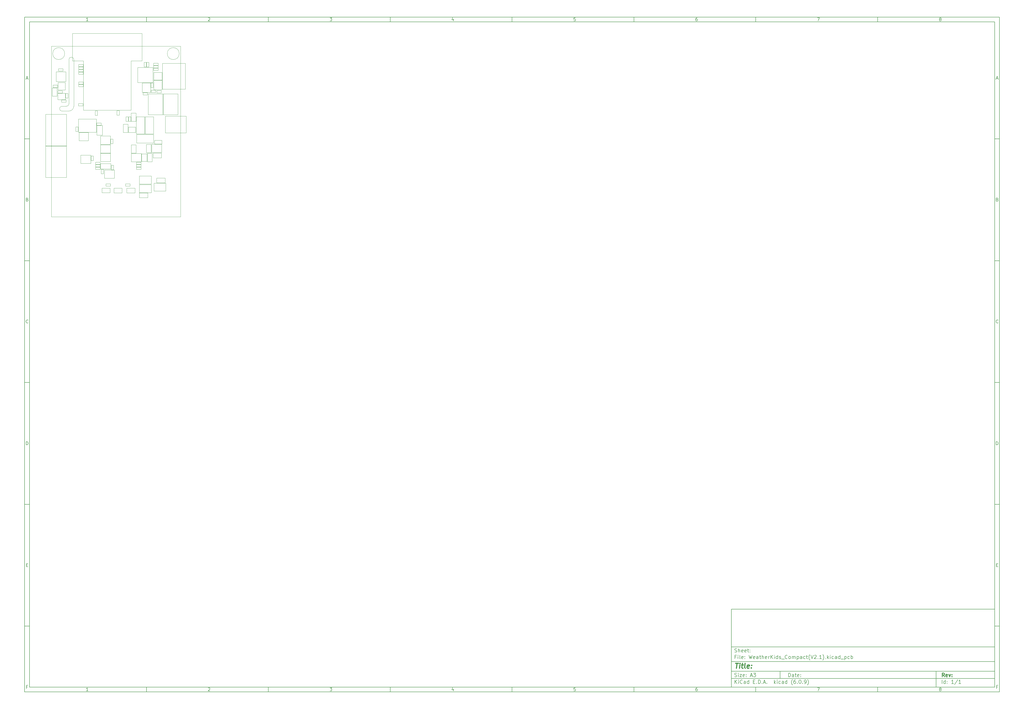
<source format=gbr>
%TF.GenerationSoftware,KiCad,Pcbnew,(6.0.9)*%
%TF.CreationDate,2023-07-16T00:02:42+05:30*%
%TF.ProjectId,WeatherKids_Compact(V2.1),57656174-6865-4724-9b69-64735f436f6d,rev?*%
%TF.SameCoordinates,Original*%
%TF.FileFunction,Other,User*%
%FSLAX46Y46*%
G04 Gerber Fmt 4.6, Leading zero omitted, Abs format (unit mm)*
G04 Created by KiCad (PCBNEW (6.0.9)) date 2023-07-16 00:02:42*
%MOMM*%
%LPD*%
G01*
G04 APERTURE LIST*
%ADD10C,0.100000*%
%ADD11C,0.150000*%
%ADD12C,0.300000*%
%ADD13C,0.400000*%
%TA.AperFunction,Profile*%
%ADD14C,0.050000*%
%TD*%
%ADD15C,0.050000*%
%ADD16C,0.076200*%
G04 APERTURE END LIST*
D10*
D11*
X299989000Y-253002200D02*
X299989000Y-285002200D01*
X407989000Y-285002200D01*
X407989000Y-253002200D01*
X299989000Y-253002200D01*
D10*
D11*
X10000000Y-10000000D02*
X10000000Y-287002200D01*
X409989000Y-287002200D01*
X409989000Y-10000000D01*
X10000000Y-10000000D01*
D10*
D11*
X12000000Y-12000000D02*
X12000000Y-285002200D01*
X407989000Y-285002200D01*
X407989000Y-12000000D01*
X12000000Y-12000000D01*
D10*
D11*
X60000000Y-12000000D02*
X60000000Y-10000000D01*
D10*
D11*
X110000000Y-12000000D02*
X110000000Y-10000000D01*
D10*
D11*
X160000000Y-12000000D02*
X160000000Y-10000000D01*
D10*
D11*
X210000000Y-12000000D02*
X210000000Y-10000000D01*
D10*
D11*
X260000000Y-12000000D02*
X260000000Y-10000000D01*
D10*
D11*
X310000000Y-12000000D02*
X310000000Y-10000000D01*
D10*
D11*
X360000000Y-12000000D02*
X360000000Y-10000000D01*
D10*
D11*
X36065476Y-11588095D02*
X35322619Y-11588095D01*
X35694047Y-11588095D02*
X35694047Y-10288095D01*
X35570238Y-10473809D01*
X35446428Y-10597619D01*
X35322619Y-10659523D01*
D10*
D11*
X85322619Y-10411904D02*
X85384523Y-10350000D01*
X85508333Y-10288095D01*
X85817857Y-10288095D01*
X85941666Y-10350000D01*
X86003571Y-10411904D01*
X86065476Y-10535714D01*
X86065476Y-10659523D01*
X86003571Y-10845238D01*
X85260714Y-11588095D01*
X86065476Y-11588095D01*
D10*
D11*
X135260714Y-10288095D02*
X136065476Y-10288095D01*
X135632142Y-10783333D01*
X135817857Y-10783333D01*
X135941666Y-10845238D01*
X136003571Y-10907142D01*
X136065476Y-11030952D01*
X136065476Y-11340476D01*
X136003571Y-11464285D01*
X135941666Y-11526190D01*
X135817857Y-11588095D01*
X135446428Y-11588095D01*
X135322619Y-11526190D01*
X135260714Y-11464285D01*
D10*
D11*
X185941666Y-10721428D02*
X185941666Y-11588095D01*
X185632142Y-10226190D02*
X185322619Y-11154761D01*
X186127380Y-11154761D01*
D10*
D11*
X236003571Y-10288095D02*
X235384523Y-10288095D01*
X235322619Y-10907142D01*
X235384523Y-10845238D01*
X235508333Y-10783333D01*
X235817857Y-10783333D01*
X235941666Y-10845238D01*
X236003571Y-10907142D01*
X236065476Y-11030952D01*
X236065476Y-11340476D01*
X236003571Y-11464285D01*
X235941666Y-11526190D01*
X235817857Y-11588095D01*
X235508333Y-11588095D01*
X235384523Y-11526190D01*
X235322619Y-11464285D01*
D10*
D11*
X285941666Y-10288095D02*
X285694047Y-10288095D01*
X285570238Y-10350000D01*
X285508333Y-10411904D01*
X285384523Y-10597619D01*
X285322619Y-10845238D01*
X285322619Y-11340476D01*
X285384523Y-11464285D01*
X285446428Y-11526190D01*
X285570238Y-11588095D01*
X285817857Y-11588095D01*
X285941666Y-11526190D01*
X286003571Y-11464285D01*
X286065476Y-11340476D01*
X286065476Y-11030952D01*
X286003571Y-10907142D01*
X285941666Y-10845238D01*
X285817857Y-10783333D01*
X285570238Y-10783333D01*
X285446428Y-10845238D01*
X285384523Y-10907142D01*
X285322619Y-11030952D01*
D10*
D11*
X335260714Y-10288095D02*
X336127380Y-10288095D01*
X335570238Y-11588095D01*
D10*
D11*
X385570238Y-10845238D02*
X385446428Y-10783333D01*
X385384523Y-10721428D01*
X385322619Y-10597619D01*
X385322619Y-10535714D01*
X385384523Y-10411904D01*
X385446428Y-10350000D01*
X385570238Y-10288095D01*
X385817857Y-10288095D01*
X385941666Y-10350000D01*
X386003571Y-10411904D01*
X386065476Y-10535714D01*
X386065476Y-10597619D01*
X386003571Y-10721428D01*
X385941666Y-10783333D01*
X385817857Y-10845238D01*
X385570238Y-10845238D01*
X385446428Y-10907142D01*
X385384523Y-10969047D01*
X385322619Y-11092857D01*
X385322619Y-11340476D01*
X385384523Y-11464285D01*
X385446428Y-11526190D01*
X385570238Y-11588095D01*
X385817857Y-11588095D01*
X385941666Y-11526190D01*
X386003571Y-11464285D01*
X386065476Y-11340476D01*
X386065476Y-11092857D01*
X386003571Y-10969047D01*
X385941666Y-10907142D01*
X385817857Y-10845238D01*
D10*
D11*
X60000000Y-285002200D02*
X60000000Y-287002200D01*
D10*
D11*
X110000000Y-285002200D02*
X110000000Y-287002200D01*
D10*
D11*
X160000000Y-285002200D02*
X160000000Y-287002200D01*
D10*
D11*
X210000000Y-285002200D02*
X210000000Y-287002200D01*
D10*
D11*
X260000000Y-285002200D02*
X260000000Y-287002200D01*
D10*
D11*
X310000000Y-285002200D02*
X310000000Y-287002200D01*
D10*
D11*
X360000000Y-285002200D02*
X360000000Y-287002200D01*
D10*
D11*
X36065476Y-286590295D02*
X35322619Y-286590295D01*
X35694047Y-286590295D02*
X35694047Y-285290295D01*
X35570238Y-285476009D01*
X35446428Y-285599819D01*
X35322619Y-285661723D01*
D10*
D11*
X85322619Y-285414104D02*
X85384523Y-285352200D01*
X85508333Y-285290295D01*
X85817857Y-285290295D01*
X85941666Y-285352200D01*
X86003571Y-285414104D01*
X86065476Y-285537914D01*
X86065476Y-285661723D01*
X86003571Y-285847438D01*
X85260714Y-286590295D01*
X86065476Y-286590295D01*
D10*
D11*
X135260714Y-285290295D02*
X136065476Y-285290295D01*
X135632142Y-285785533D01*
X135817857Y-285785533D01*
X135941666Y-285847438D01*
X136003571Y-285909342D01*
X136065476Y-286033152D01*
X136065476Y-286342676D01*
X136003571Y-286466485D01*
X135941666Y-286528390D01*
X135817857Y-286590295D01*
X135446428Y-286590295D01*
X135322619Y-286528390D01*
X135260714Y-286466485D01*
D10*
D11*
X185941666Y-285723628D02*
X185941666Y-286590295D01*
X185632142Y-285228390D02*
X185322619Y-286156961D01*
X186127380Y-286156961D01*
D10*
D11*
X236003571Y-285290295D02*
X235384523Y-285290295D01*
X235322619Y-285909342D01*
X235384523Y-285847438D01*
X235508333Y-285785533D01*
X235817857Y-285785533D01*
X235941666Y-285847438D01*
X236003571Y-285909342D01*
X236065476Y-286033152D01*
X236065476Y-286342676D01*
X236003571Y-286466485D01*
X235941666Y-286528390D01*
X235817857Y-286590295D01*
X235508333Y-286590295D01*
X235384523Y-286528390D01*
X235322619Y-286466485D01*
D10*
D11*
X285941666Y-285290295D02*
X285694047Y-285290295D01*
X285570238Y-285352200D01*
X285508333Y-285414104D01*
X285384523Y-285599819D01*
X285322619Y-285847438D01*
X285322619Y-286342676D01*
X285384523Y-286466485D01*
X285446428Y-286528390D01*
X285570238Y-286590295D01*
X285817857Y-286590295D01*
X285941666Y-286528390D01*
X286003571Y-286466485D01*
X286065476Y-286342676D01*
X286065476Y-286033152D01*
X286003571Y-285909342D01*
X285941666Y-285847438D01*
X285817857Y-285785533D01*
X285570238Y-285785533D01*
X285446428Y-285847438D01*
X285384523Y-285909342D01*
X285322619Y-286033152D01*
D10*
D11*
X335260714Y-285290295D02*
X336127380Y-285290295D01*
X335570238Y-286590295D01*
D10*
D11*
X385570238Y-285847438D02*
X385446428Y-285785533D01*
X385384523Y-285723628D01*
X385322619Y-285599819D01*
X385322619Y-285537914D01*
X385384523Y-285414104D01*
X385446428Y-285352200D01*
X385570238Y-285290295D01*
X385817857Y-285290295D01*
X385941666Y-285352200D01*
X386003571Y-285414104D01*
X386065476Y-285537914D01*
X386065476Y-285599819D01*
X386003571Y-285723628D01*
X385941666Y-285785533D01*
X385817857Y-285847438D01*
X385570238Y-285847438D01*
X385446428Y-285909342D01*
X385384523Y-285971247D01*
X385322619Y-286095057D01*
X385322619Y-286342676D01*
X385384523Y-286466485D01*
X385446428Y-286528390D01*
X385570238Y-286590295D01*
X385817857Y-286590295D01*
X385941666Y-286528390D01*
X386003571Y-286466485D01*
X386065476Y-286342676D01*
X386065476Y-286095057D01*
X386003571Y-285971247D01*
X385941666Y-285909342D01*
X385817857Y-285847438D01*
D10*
D11*
X10000000Y-60000000D02*
X12000000Y-60000000D01*
D10*
D11*
X10000000Y-110000000D02*
X12000000Y-110000000D01*
D10*
D11*
X10000000Y-160000000D02*
X12000000Y-160000000D01*
D10*
D11*
X10000000Y-210000000D02*
X12000000Y-210000000D01*
D10*
D11*
X10000000Y-260000000D02*
X12000000Y-260000000D01*
D10*
D11*
X10690476Y-35216666D02*
X11309523Y-35216666D01*
X10566666Y-35588095D02*
X11000000Y-34288095D01*
X11433333Y-35588095D01*
D10*
D11*
X11092857Y-84907142D02*
X11278571Y-84969047D01*
X11340476Y-85030952D01*
X11402380Y-85154761D01*
X11402380Y-85340476D01*
X11340476Y-85464285D01*
X11278571Y-85526190D01*
X11154761Y-85588095D01*
X10659523Y-85588095D01*
X10659523Y-84288095D01*
X11092857Y-84288095D01*
X11216666Y-84350000D01*
X11278571Y-84411904D01*
X11340476Y-84535714D01*
X11340476Y-84659523D01*
X11278571Y-84783333D01*
X11216666Y-84845238D01*
X11092857Y-84907142D01*
X10659523Y-84907142D01*
D10*
D11*
X11402380Y-135464285D02*
X11340476Y-135526190D01*
X11154761Y-135588095D01*
X11030952Y-135588095D01*
X10845238Y-135526190D01*
X10721428Y-135402380D01*
X10659523Y-135278571D01*
X10597619Y-135030952D01*
X10597619Y-134845238D01*
X10659523Y-134597619D01*
X10721428Y-134473809D01*
X10845238Y-134350000D01*
X11030952Y-134288095D01*
X11154761Y-134288095D01*
X11340476Y-134350000D01*
X11402380Y-134411904D01*
D10*
D11*
X10659523Y-185588095D02*
X10659523Y-184288095D01*
X10969047Y-184288095D01*
X11154761Y-184350000D01*
X11278571Y-184473809D01*
X11340476Y-184597619D01*
X11402380Y-184845238D01*
X11402380Y-185030952D01*
X11340476Y-185278571D01*
X11278571Y-185402380D01*
X11154761Y-185526190D01*
X10969047Y-185588095D01*
X10659523Y-185588095D01*
D10*
D11*
X10721428Y-234907142D02*
X11154761Y-234907142D01*
X11340476Y-235588095D02*
X10721428Y-235588095D01*
X10721428Y-234288095D01*
X11340476Y-234288095D01*
D10*
D11*
X11185714Y-284907142D02*
X10752380Y-284907142D01*
X10752380Y-285588095D02*
X10752380Y-284288095D01*
X11371428Y-284288095D01*
D10*
D11*
X409989000Y-60000000D02*
X407989000Y-60000000D01*
D10*
D11*
X409989000Y-110000000D02*
X407989000Y-110000000D01*
D10*
D11*
X409989000Y-160000000D02*
X407989000Y-160000000D01*
D10*
D11*
X409989000Y-210000000D02*
X407989000Y-210000000D01*
D10*
D11*
X409989000Y-260000000D02*
X407989000Y-260000000D01*
D10*
D11*
X408679476Y-35216666D02*
X409298523Y-35216666D01*
X408555666Y-35588095D02*
X408989000Y-34288095D01*
X409422333Y-35588095D01*
D10*
D11*
X409081857Y-84907142D02*
X409267571Y-84969047D01*
X409329476Y-85030952D01*
X409391380Y-85154761D01*
X409391380Y-85340476D01*
X409329476Y-85464285D01*
X409267571Y-85526190D01*
X409143761Y-85588095D01*
X408648523Y-85588095D01*
X408648523Y-84288095D01*
X409081857Y-84288095D01*
X409205666Y-84350000D01*
X409267571Y-84411904D01*
X409329476Y-84535714D01*
X409329476Y-84659523D01*
X409267571Y-84783333D01*
X409205666Y-84845238D01*
X409081857Y-84907142D01*
X408648523Y-84907142D01*
D10*
D11*
X409391380Y-135464285D02*
X409329476Y-135526190D01*
X409143761Y-135588095D01*
X409019952Y-135588095D01*
X408834238Y-135526190D01*
X408710428Y-135402380D01*
X408648523Y-135278571D01*
X408586619Y-135030952D01*
X408586619Y-134845238D01*
X408648523Y-134597619D01*
X408710428Y-134473809D01*
X408834238Y-134350000D01*
X409019952Y-134288095D01*
X409143761Y-134288095D01*
X409329476Y-134350000D01*
X409391380Y-134411904D01*
D10*
D11*
X408648523Y-185588095D02*
X408648523Y-184288095D01*
X408958047Y-184288095D01*
X409143761Y-184350000D01*
X409267571Y-184473809D01*
X409329476Y-184597619D01*
X409391380Y-184845238D01*
X409391380Y-185030952D01*
X409329476Y-185278571D01*
X409267571Y-185402380D01*
X409143761Y-185526190D01*
X408958047Y-185588095D01*
X408648523Y-185588095D01*
D10*
D11*
X408710428Y-234907142D02*
X409143761Y-234907142D01*
X409329476Y-235588095D02*
X408710428Y-235588095D01*
X408710428Y-234288095D01*
X409329476Y-234288095D01*
D10*
D11*
X409174714Y-284907142D02*
X408741380Y-284907142D01*
X408741380Y-285588095D02*
X408741380Y-284288095D01*
X409360428Y-284288095D01*
D10*
D11*
X323421142Y-280780771D02*
X323421142Y-279280771D01*
X323778285Y-279280771D01*
X323992571Y-279352200D01*
X324135428Y-279495057D01*
X324206857Y-279637914D01*
X324278285Y-279923628D01*
X324278285Y-280137914D01*
X324206857Y-280423628D01*
X324135428Y-280566485D01*
X323992571Y-280709342D01*
X323778285Y-280780771D01*
X323421142Y-280780771D01*
X325564000Y-280780771D02*
X325564000Y-279995057D01*
X325492571Y-279852200D01*
X325349714Y-279780771D01*
X325064000Y-279780771D01*
X324921142Y-279852200D01*
X325564000Y-280709342D02*
X325421142Y-280780771D01*
X325064000Y-280780771D01*
X324921142Y-280709342D01*
X324849714Y-280566485D01*
X324849714Y-280423628D01*
X324921142Y-280280771D01*
X325064000Y-280209342D01*
X325421142Y-280209342D01*
X325564000Y-280137914D01*
X326064000Y-279780771D02*
X326635428Y-279780771D01*
X326278285Y-279280771D02*
X326278285Y-280566485D01*
X326349714Y-280709342D01*
X326492571Y-280780771D01*
X326635428Y-280780771D01*
X327706857Y-280709342D02*
X327564000Y-280780771D01*
X327278285Y-280780771D01*
X327135428Y-280709342D01*
X327064000Y-280566485D01*
X327064000Y-279995057D01*
X327135428Y-279852200D01*
X327278285Y-279780771D01*
X327564000Y-279780771D01*
X327706857Y-279852200D01*
X327778285Y-279995057D01*
X327778285Y-280137914D01*
X327064000Y-280280771D01*
X328421142Y-280637914D02*
X328492571Y-280709342D01*
X328421142Y-280780771D01*
X328349714Y-280709342D01*
X328421142Y-280637914D01*
X328421142Y-280780771D01*
X328421142Y-279852200D02*
X328492571Y-279923628D01*
X328421142Y-279995057D01*
X328349714Y-279923628D01*
X328421142Y-279852200D01*
X328421142Y-279995057D01*
D10*
D11*
X299989000Y-281502200D02*
X407989000Y-281502200D01*
D10*
D11*
X301421142Y-283580771D02*
X301421142Y-282080771D01*
X302278285Y-283580771D02*
X301635428Y-282723628D01*
X302278285Y-282080771D02*
X301421142Y-282937914D01*
X302921142Y-283580771D02*
X302921142Y-282580771D01*
X302921142Y-282080771D02*
X302849714Y-282152200D01*
X302921142Y-282223628D01*
X302992571Y-282152200D01*
X302921142Y-282080771D01*
X302921142Y-282223628D01*
X304492571Y-283437914D02*
X304421142Y-283509342D01*
X304206857Y-283580771D01*
X304064000Y-283580771D01*
X303849714Y-283509342D01*
X303706857Y-283366485D01*
X303635428Y-283223628D01*
X303564000Y-282937914D01*
X303564000Y-282723628D01*
X303635428Y-282437914D01*
X303706857Y-282295057D01*
X303849714Y-282152200D01*
X304064000Y-282080771D01*
X304206857Y-282080771D01*
X304421142Y-282152200D01*
X304492571Y-282223628D01*
X305778285Y-283580771D02*
X305778285Y-282795057D01*
X305706857Y-282652200D01*
X305564000Y-282580771D01*
X305278285Y-282580771D01*
X305135428Y-282652200D01*
X305778285Y-283509342D02*
X305635428Y-283580771D01*
X305278285Y-283580771D01*
X305135428Y-283509342D01*
X305064000Y-283366485D01*
X305064000Y-283223628D01*
X305135428Y-283080771D01*
X305278285Y-283009342D01*
X305635428Y-283009342D01*
X305778285Y-282937914D01*
X307135428Y-283580771D02*
X307135428Y-282080771D01*
X307135428Y-283509342D02*
X306992571Y-283580771D01*
X306706857Y-283580771D01*
X306564000Y-283509342D01*
X306492571Y-283437914D01*
X306421142Y-283295057D01*
X306421142Y-282866485D01*
X306492571Y-282723628D01*
X306564000Y-282652200D01*
X306706857Y-282580771D01*
X306992571Y-282580771D01*
X307135428Y-282652200D01*
X308992571Y-282795057D02*
X309492571Y-282795057D01*
X309706857Y-283580771D02*
X308992571Y-283580771D01*
X308992571Y-282080771D01*
X309706857Y-282080771D01*
X310349714Y-283437914D02*
X310421142Y-283509342D01*
X310349714Y-283580771D01*
X310278285Y-283509342D01*
X310349714Y-283437914D01*
X310349714Y-283580771D01*
X311064000Y-283580771D02*
X311064000Y-282080771D01*
X311421142Y-282080771D01*
X311635428Y-282152200D01*
X311778285Y-282295057D01*
X311849714Y-282437914D01*
X311921142Y-282723628D01*
X311921142Y-282937914D01*
X311849714Y-283223628D01*
X311778285Y-283366485D01*
X311635428Y-283509342D01*
X311421142Y-283580771D01*
X311064000Y-283580771D01*
X312564000Y-283437914D02*
X312635428Y-283509342D01*
X312564000Y-283580771D01*
X312492571Y-283509342D01*
X312564000Y-283437914D01*
X312564000Y-283580771D01*
X313206857Y-283152200D02*
X313921142Y-283152200D01*
X313064000Y-283580771D02*
X313564000Y-282080771D01*
X314064000Y-283580771D01*
X314564000Y-283437914D02*
X314635428Y-283509342D01*
X314564000Y-283580771D01*
X314492571Y-283509342D01*
X314564000Y-283437914D01*
X314564000Y-283580771D01*
X317564000Y-283580771D02*
X317564000Y-282080771D01*
X317706857Y-283009342D02*
X318135428Y-283580771D01*
X318135428Y-282580771D02*
X317564000Y-283152200D01*
X318778285Y-283580771D02*
X318778285Y-282580771D01*
X318778285Y-282080771D02*
X318706857Y-282152200D01*
X318778285Y-282223628D01*
X318849714Y-282152200D01*
X318778285Y-282080771D01*
X318778285Y-282223628D01*
X320135428Y-283509342D02*
X319992571Y-283580771D01*
X319706857Y-283580771D01*
X319564000Y-283509342D01*
X319492571Y-283437914D01*
X319421142Y-283295057D01*
X319421142Y-282866485D01*
X319492571Y-282723628D01*
X319564000Y-282652200D01*
X319706857Y-282580771D01*
X319992571Y-282580771D01*
X320135428Y-282652200D01*
X321421142Y-283580771D02*
X321421142Y-282795057D01*
X321349714Y-282652200D01*
X321206857Y-282580771D01*
X320921142Y-282580771D01*
X320778285Y-282652200D01*
X321421142Y-283509342D02*
X321278285Y-283580771D01*
X320921142Y-283580771D01*
X320778285Y-283509342D01*
X320706857Y-283366485D01*
X320706857Y-283223628D01*
X320778285Y-283080771D01*
X320921142Y-283009342D01*
X321278285Y-283009342D01*
X321421142Y-282937914D01*
X322778285Y-283580771D02*
X322778285Y-282080771D01*
X322778285Y-283509342D02*
X322635428Y-283580771D01*
X322349714Y-283580771D01*
X322206857Y-283509342D01*
X322135428Y-283437914D01*
X322064000Y-283295057D01*
X322064000Y-282866485D01*
X322135428Y-282723628D01*
X322206857Y-282652200D01*
X322349714Y-282580771D01*
X322635428Y-282580771D01*
X322778285Y-282652200D01*
X325064000Y-284152200D02*
X324992571Y-284080771D01*
X324849714Y-283866485D01*
X324778285Y-283723628D01*
X324706857Y-283509342D01*
X324635428Y-283152200D01*
X324635428Y-282866485D01*
X324706857Y-282509342D01*
X324778285Y-282295057D01*
X324849714Y-282152200D01*
X324992571Y-281937914D01*
X325064000Y-281866485D01*
X326278285Y-282080771D02*
X325992571Y-282080771D01*
X325849714Y-282152200D01*
X325778285Y-282223628D01*
X325635428Y-282437914D01*
X325564000Y-282723628D01*
X325564000Y-283295057D01*
X325635428Y-283437914D01*
X325706857Y-283509342D01*
X325849714Y-283580771D01*
X326135428Y-283580771D01*
X326278285Y-283509342D01*
X326349714Y-283437914D01*
X326421142Y-283295057D01*
X326421142Y-282937914D01*
X326349714Y-282795057D01*
X326278285Y-282723628D01*
X326135428Y-282652200D01*
X325849714Y-282652200D01*
X325706857Y-282723628D01*
X325635428Y-282795057D01*
X325564000Y-282937914D01*
X327064000Y-283437914D02*
X327135428Y-283509342D01*
X327064000Y-283580771D01*
X326992571Y-283509342D01*
X327064000Y-283437914D01*
X327064000Y-283580771D01*
X328064000Y-282080771D02*
X328206857Y-282080771D01*
X328349714Y-282152200D01*
X328421142Y-282223628D01*
X328492571Y-282366485D01*
X328564000Y-282652200D01*
X328564000Y-283009342D01*
X328492571Y-283295057D01*
X328421142Y-283437914D01*
X328349714Y-283509342D01*
X328206857Y-283580771D01*
X328064000Y-283580771D01*
X327921142Y-283509342D01*
X327849714Y-283437914D01*
X327778285Y-283295057D01*
X327706857Y-283009342D01*
X327706857Y-282652200D01*
X327778285Y-282366485D01*
X327849714Y-282223628D01*
X327921142Y-282152200D01*
X328064000Y-282080771D01*
X329206857Y-283437914D02*
X329278285Y-283509342D01*
X329206857Y-283580771D01*
X329135428Y-283509342D01*
X329206857Y-283437914D01*
X329206857Y-283580771D01*
X329992571Y-283580771D02*
X330278285Y-283580771D01*
X330421142Y-283509342D01*
X330492571Y-283437914D01*
X330635428Y-283223628D01*
X330706857Y-282937914D01*
X330706857Y-282366485D01*
X330635428Y-282223628D01*
X330564000Y-282152200D01*
X330421142Y-282080771D01*
X330135428Y-282080771D01*
X329992571Y-282152200D01*
X329921142Y-282223628D01*
X329849714Y-282366485D01*
X329849714Y-282723628D01*
X329921142Y-282866485D01*
X329992571Y-282937914D01*
X330135428Y-283009342D01*
X330421142Y-283009342D01*
X330564000Y-282937914D01*
X330635428Y-282866485D01*
X330706857Y-282723628D01*
X331206857Y-284152200D02*
X331278285Y-284080771D01*
X331421142Y-283866485D01*
X331492571Y-283723628D01*
X331564000Y-283509342D01*
X331635428Y-283152200D01*
X331635428Y-282866485D01*
X331564000Y-282509342D01*
X331492571Y-282295057D01*
X331421142Y-282152200D01*
X331278285Y-281937914D01*
X331206857Y-281866485D01*
D10*
D11*
X299989000Y-278502200D02*
X407989000Y-278502200D01*
D10*
D12*
X387398285Y-280780771D02*
X386898285Y-280066485D01*
X386541142Y-280780771D02*
X386541142Y-279280771D01*
X387112571Y-279280771D01*
X387255428Y-279352200D01*
X387326857Y-279423628D01*
X387398285Y-279566485D01*
X387398285Y-279780771D01*
X387326857Y-279923628D01*
X387255428Y-279995057D01*
X387112571Y-280066485D01*
X386541142Y-280066485D01*
X388612571Y-280709342D02*
X388469714Y-280780771D01*
X388184000Y-280780771D01*
X388041142Y-280709342D01*
X387969714Y-280566485D01*
X387969714Y-279995057D01*
X388041142Y-279852200D01*
X388184000Y-279780771D01*
X388469714Y-279780771D01*
X388612571Y-279852200D01*
X388684000Y-279995057D01*
X388684000Y-280137914D01*
X387969714Y-280280771D01*
X389184000Y-279780771D02*
X389541142Y-280780771D01*
X389898285Y-279780771D01*
X390469714Y-280637914D02*
X390541142Y-280709342D01*
X390469714Y-280780771D01*
X390398285Y-280709342D01*
X390469714Y-280637914D01*
X390469714Y-280780771D01*
X390469714Y-279852200D02*
X390541142Y-279923628D01*
X390469714Y-279995057D01*
X390398285Y-279923628D01*
X390469714Y-279852200D01*
X390469714Y-279995057D01*
D10*
D11*
X301349714Y-280709342D02*
X301564000Y-280780771D01*
X301921142Y-280780771D01*
X302064000Y-280709342D01*
X302135428Y-280637914D01*
X302206857Y-280495057D01*
X302206857Y-280352200D01*
X302135428Y-280209342D01*
X302064000Y-280137914D01*
X301921142Y-280066485D01*
X301635428Y-279995057D01*
X301492571Y-279923628D01*
X301421142Y-279852200D01*
X301349714Y-279709342D01*
X301349714Y-279566485D01*
X301421142Y-279423628D01*
X301492571Y-279352200D01*
X301635428Y-279280771D01*
X301992571Y-279280771D01*
X302206857Y-279352200D01*
X302849714Y-280780771D02*
X302849714Y-279780771D01*
X302849714Y-279280771D02*
X302778285Y-279352200D01*
X302849714Y-279423628D01*
X302921142Y-279352200D01*
X302849714Y-279280771D01*
X302849714Y-279423628D01*
X303421142Y-279780771D02*
X304206857Y-279780771D01*
X303421142Y-280780771D01*
X304206857Y-280780771D01*
X305349714Y-280709342D02*
X305206857Y-280780771D01*
X304921142Y-280780771D01*
X304778285Y-280709342D01*
X304706857Y-280566485D01*
X304706857Y-279995057D01*
X304778285Y-279852200D01*
X304921142Y-279780771D01*
X305206857Y-279780771D01*
X305349714Y-279852200D01*
X305421142Y-279995057D01*
X305421142Y-280137914D01*
X304706857Y-280280771D01*
X306064000Y-280637914D02*
X306135428Y-280709342D01*
X306064000Y-280780771D01*
X305992571Y-280709342D01*
X306064000Y-280637914D01*
X306064000Y-280780771D01*
X306064000Y-279852200D02*
X306135428Y-279923628D01*
X306064000Y-279995057D01*
X305992571Y-279923628D01*
X306064000Y-279852200D01*
X306064000Y-279995057D01*
X307849714Y-280352200D02*
X308564000Y-280352200D01*
X307706857Y-280780771D02*
X308206857Y-279280771D01*
X308706857Y-280780771D01*
X309064000Y-279280771D02*
X309992571Y-279280771D01*
X309492571Y-279852200D01*
X309706857Y-279852200D01*
X309849714Y-279923628D01*
X309921142Y-279995057D01*
X309992571Y-280137914D01*
X309992571Y-280495057D01*
X309921142Y-280637914D01*
X309849714Y-280709342D01*
X309706857Y-280780771D01*
X309278285Y-280780771D01*
X309135428Y-280709342D01*
X309064000Y-280637914D01*
D10*
D11*
X386421142Y-283580771D02*
X386421142Y-282080771D01*
X387778285Y-283580771D02*
X387778285Y-282080771D01*
X387778285Y-283509342D02*
X387635428Y-283580771D01*
X387349714Y-283580771D01*
X387206857Y-283509342D01*
X387135428Y-283437914D01*
X387064000Y-283295057D01*
X387064000Y-282866485D01*
X387135428Y-282723628D01*
X387206857Y-282652200D01*
X387349714Y-282580771D01*
X387635428Y-282580771D01*
X387778285Y-282652200D01*
X388492571Y-283437914D02*
X388564000Y-283509342D01*
X388492571Y-283580771D01*
X388421142Y-283509342D01*
X388492571Y-283437914D01*
X388492571Y-283580771D01*
X388492571Y-282652200D02*
X388564000Y-282723628D01*
X388492571Y-282795057D01*
X388421142Y-282723628D01*
X388492571Y-282652200D01*
X388492571Y-282795057D01*
X391135428Y-283580771D02*
X390278285Y-283580771D01*
X390706857Y-283580771D02*
X390706857Y-282080771D01*
X390564000Y-282295057D01*
X390421142Y-282437914D01*
X390278285Y-282509342D01*
X392849714Y-282009342D02*
X391564000Y-283937914D01*
X394135428Y-283580771D02*
X393278285Y-283580771D01*
X393706857Y-283580771D02*
X393706857Y-282080771D01*
X393564000Y-282295057D01*
X393421142Y-282437914D01*
X393278285Y-282509342D01*
D10*
D11*
X299989000Y-274502200D02*
X407989000Y-274502200D01*
D10*
D13*
X301701380Y-275206961D02*
X302844238Y-275206961D01*
X302022809Y-277206961D02*
X302272809Y-275206961D01*
X303260904Y-277206961D02*
X303427571Y-275873628D01*
X303510904Y-275206961D02*
X303403761Y-275302200D01*
X303487095Y-275397438D01*
X303594238Y-275302200D01*
X303510904Y-275206961D01*
X303487095Y-275397438D01*
X304094238Y-275873628D02*
X304856142Y-275873628D01*
X304463285Y-275206961D02*
X304249000Y-276921247D01*
X304320428Y-277111723D01*
X304499000Y-277206961D01*
X304689476Y-277206961D01*
X305641857Y-277206961D02*
X305463285Y-277111723D01*
X305391857Y-276921247D01*
X305606142Y-275206961D01*
X307177571Y-277111723D02*
X306975190Y-277206961D01*
X306594238Y-277206961D01*
X306415666Y-277111723D01*
X306344238Y-276921247D01*
X306439476Y-276159342D01*
X306558523Y-275968866D01*
X306760904Y-275873628D01*
X307141857Y-275873628D01*
X307320428Y-275968866D01*
X307391857Y-276159342D01*
X307368047Y-276349819D01*
X306391857Y-276540295D01*
X308141857Y-277016485D02*
X308225190Y-277111723D01*
X308118047Y-277206961D01*
X308034714Y-277111723D01*
X308141857Y-277016485D01*
X308118047Y-277206961D01*
X308272809Y-275968866D02*
X308356142Y-276064104D01*
X308249000Y-276159342D01*
X308165666Y-276064104D01*
X308272809Y-275968866D01*
X308249000Y-276159342D01*
D10*
D11*
X301921142Y-272595057D02*
X301421142Y-272595057D01*
X301421142Y-273380771D02*
X301421142Y-271880771D01*
X302135428Y-271880771D01*
X302706857Y-273380771D02*
X302706857Y-272380771D01*
X302706857Y-271880771D02*
X302635428Y-271952200D01*
X302706857Y-272023628D01*
X302778285Y-271952200D01*
X302706857Y-271880771D01*
X302706857Y-272023628D01*
X303635428Y-273380771D02*
X303492571Y-273309342D01*
X303421142Y-273166485D01*
X303421142Y-271880771D01*
X304778285Y-273309342D02*
X304635428Y-273380771D01*
X304349714Y-273380771D01*
X304206857Y-273309342D01*
X304135428Y-273166485D01*
X304135428Y-272595057D01*
X304206857Y-272452200D01*
X304349714Y-272380771D01*
X304635428Y-272380771D01*
X304778285Y-272452200D01*
X304849714Y-272595057D01*
X304849714Y-272737914D01*
X304135428Y-272880771D01*
X305492571Y-273237914D02*
X305564000Y-273309342D01*
X305492571Y-273380771D01*
X305421142Y-273309342D01*
X305492571Y-273237914D01*
X305492571Y-273380771D01*
X305492571Y-272452200D02*
X305564000Y-272523628D01*
X305492571Y-272595057D01*
X305421142Y-272523628D01*
X305492571Y-272452200D01*
X305492571Y-272595057D01*
X307206857Y-271880771D02*
X307564000Y-273380771D01*
X307849714Y-272309342D01*
X308135428Y-273380771D01*
X308492571Y-271880771D01*
X309635428Y-273309342D02*
X309492571Y-273380771D01*
X309206857Y-273380771D01*
X309064000Y-273309342D01*
X308992571Y-273166485D01*
X308992571Y-272595057D01*
X309064000Y-272452200D01*
X309206857Y-272380771D01*
X309492571Y-272380771D01*
X309635428Y-272452200D01*
X309706857Y-272595057D01*
X309706857Y-272737914D01*
X308992571Y-272880771D01*
X310992571Y-273380771D02*
X310992571Y-272595057D01*
X310921142Y-272452200D01*
X310778285Y-272380771D01*
X310492571Y-272380771D01*
X310349714Y-272452200D01*
X310992571Y-273309342D02*
X310849714Y-273380771D01*
X310492571Y-273380771D01*
X310349714Y-273309342D01*
X310278285Y-273166485D01*
X310278285Y-273023628D01*
X310349714Y-272880771D01*
X310492571Y-272809342D01*
X310849714Y-272809342D01*
X310992571Y-272737914D01*
X311492571Y-272380771D02*
X312064000Y-272380771D01*
X311706857Y-271880771D02*
X311706857Y-273166485D01*
X311778285Y-273309342D01*
X311921142Y-273380771D01*
X312064000Y-273380771D01*
X312564000Y-273380771D02*
X312564000Y-271880771D01*
X313206857Y-273380771D02*
X313206857Y-272595057D01*
X313135428Y-272452200D01*
X312992571Y-272380771D01*
X312778285Y-272380771D01*
X312635428Y-272452200D01*
X312564000Y-272523628D01*
X314492571Y-273309342D02*
X314349714Y-273380771D01*
X314064000Y-273380771D01*
X313921142Y-273309342D01*
X313849714Y-273166485D01*
X313849714Y-272595057D01*
X313921142Y-272452200D01*
X314064000Y-272380771D01*
X314349714Y-272380771D01*
X314492571Y-272452200D01*
X314564000Y-272595057D01*
X314564000Y-272737914D01*
X313849714Y-272880771D01*
X315206857Y-273380771D02*
X315206857Y-272380771D01*
X315206857Y-272666485D02*
X315278285Y-272523628D01*
X315349714Y-272452200D01*
X315492571Y-272380771D01*
X315635428Y-272380771D01*
X316135428Y-273380771D02*
X316135428Y-271880771D01*
X316992571Y-273380771D02*
X316349714Y-272523628D01*
X316992571Y-271880771D02*
X316135428Y-272737914D01*
X317635428Y-273380771D02*
X317635428Y-272380771D01*
X317635428Y-271880771D02*
X317564000Y-271952200D01*
X317635428Y-272023628D01*
X317706857Y-271952200D01*
X317635428Y-271880771D01*
X317635428Y-272023628D01*
X318992571Y-273380771D02*
X318992571Y-271880771D01*
X318992571Y-273309342D02*
X318849714Y-273380771D01*
X318564000Y-273380771D01*
X318421142Y-273309342D01*
X318349714Y-273237914D01*
X318278285Y-273095057D01*
X318278285Y-272666485D01*
X318349714Y-272523628D01*
X318421142Y-272452200D01*
X318564000Y-272380771D01*
X318849714Y-272380771D01*
X318992571Y-272452200D01*
X319635428Y-273309342D02*
X319778285Y-273380771D01*
X320064000Y-273380771D01*
X320206857Y-273309342D01*
X320278285Y-273166485D01*
X320278285Y-273095057D01*
X320206857Y-272952200D01*
X320064000Y-272880771D01*
X319849714Y-272880771D01*
X319706857Y-272809342D01*
X319635428Y-272666485D01*
X319635428Y-272595057D01*
X319706857Y-272452200D01*
X319849714Y-272380771D01*
X320064000Y-272380771D01*
X320206857Y-272452200D01*
X320564000Y-273523628D02*
X321706857Y-273523628D01*
X322921142Y-273237914D02*
X322849714Y-273309342D01*
X322635428Y-273380771D01*
X322492571Y-273380771D01*
X322278285Y-273309342D01*
X322135428Y-273166485D01*
X322064000Y-273023628D01*
X321992571Y-272737914D01*
X321992571Y-272523628D01*
X322064000Y-272237914D01*
X322135428Y-272095057D01*
X322278285Y-271952200D01*
X322492571Y-271880771D01*
X322635428Y-271880771D01*
X322849714Y-271952200D01*
X322921142Y-272023628D01*
X323778285Y-273380771D02*
X323635428Y-273309342D01*
X323564000Y-273237914D01*
X323492571Y-273095057D01*
X323492571Y-272666485D01*
X323564000Y-272523628D01*
X323635428Y-272452200D01*
X323778285Y-272380771D01*
X323992571Y-272380771D01*
X324135428Y-272452200D01*
X324206857Y-272523628D01*
X324278285Y-272666485D01*
X324278285Y-273095057D01*
X324206857Y-273237914D01*
X324135428Y-273309342D01*
X323992571Y-273380771D01*
X323778285Y-273380771D01*
X324921142Y-273380771D02*
X324921142Y-272380771D01*
X324921142Y-272523628D02*
X324992571Y-272452200D01*
X325135428Y-272380771D01*
X325349714Y-272380771D01*
X325492571Y-272452200D01*
X325564000Y-272595057D01*
X325564000Y-273380771D01*
X325564000Y-272595057D02*
X325635428Y-272452200D01*
X325778285Y-272380771D01*
X325992571Y-272380771D01*
X326135428Y-272452200D01*
X326206857Y-272595057D01*
X326206857Y-273380771D01*
X326921142Y-272380771D02*
X326921142Y-273880771D01*
X326921142Y-272452200D02*
X327064000Y-272380771D01*
X327349714Y-272380771D01*
X327492571Y-272452200D01*
X327564000Y-272523628D01*
X327635428Y-272666485D01*
X327635428Y-273095057D01*
X327564000Y-273237914D01*
X327492571Y-273309342D01*
X327349714Y-273380771D01*
X327064000Y-273380771D01*
X326921142Y-273309342D01*
X328921142Y-273380771D02*
X328921142Y-272595057D01*
X328849714Y-272452200D01*
X328706857Y-272380771D01*
X328421142Y-272380771D01*
X328278285Y-272452200D01*
X328921142Y-273309342D02*
X328778285Y-273380771D01*
X328421142Y-273380771D01*
X328278285Y-273309342D01*
X328206857Y-273166485D01*
X328206857Y-273023628D01*
X328278285Y-272880771D01*
X328421142Y-272809342D01*
X328778285Y-272809342D01*
X328921142Y-272737914D01*
X330278285Y-273309342D02*
X330135428Y-273380771D01*
X329849714Y-273380771D01*
X329706857Y-273309342D01*
X329635428Y-273237914D01*
X329564000Y-273095057D01*
X329564000Y-272666485D01*
X329635428Y-272523628D01*
X329706857Y-272452200D01*
X329849714Y-272380771D01*
X330135428Y-272380771D01*
X330278285Y-272452200D01*
X330706857Y-272380771D02*
X331278285Y-272380771D01*
X330921142Y-271880771D02*
X330921142Y-273166485D01*
X330992571Y-273309342D01*
X331135428Y-273380771D01*
X331278285Y-273380771D01*
X332206857Y-273952200D02*
X332135428Y-273880771D01*
X331992571Y-273666485D01*
X331921142Y-273523628D01*
X331849714Y-273309342D01*
X331778285Y-272952200D01*
X331778285Y-272666485D01*
X331849714Y-272309342D01*
X331921142Y-272095057D01*
X331992571Y-271952200D01*
X332135428Y-271737914D01*
X332206857Y-271666485D01*
X332564000Y-271880771D02*
X333064000Y-273380771D01*
X333564000Y-271880771D01*
X333992571Y-272023628D02*
X334064000Y-271952200D01*
X334206857Y-271880771D01*
X334564000Y-271880771D01*
X334706857Y-271952200D01*
X334778285Y-272023628D01*
X334849714Y-272166485D01*
X334849714Y-272309342D01*
X334778285Y-272523628D01*
X333921142Y-273380771D01*
X334849714Y-273380771D01*
X335492571Y-273237914D02*
X335564000Y-273309342D01*
X335492571Y-273380771D01*
X335421142Y-273309342D01*
X335492571Y-273237914D01*
X335492571Y-273380771D01*
X336992571Y-273380771D02*
X336135428Y-273380771D01*
X336564000Y-273380771D02*
X336564000Y-271880771D01*
X336421142Y-272095057D01*
X336278285Y-272237914D01*
X336135428Y-272309342D01*
X337492571Y-273952200D02*
X337564000Y-273880771D01*
X337706857Y-273666485D01*
X337778285Y-273523628D01*
X337849714Y-273309342D01*
X337921142Y-272952200D01*
X337921142Y-272666485D01*
X337849714Y-272309342D01*
X337778285Y-272095057D01*
X337706857Y-271952200D01*
X337564000Y-271737914D01*
X337492571Y-271666485D01*
X338635428Y-273237914D02*
X338706857Y-273309342D01*
X338635428Y-273380771D01*
X338564000Y-273309342D01*
X338635428Y-273237914D01*
X338635428Y-273380771D01*
X339349714Y-273380771D02*
X339349714Y-271880771D01*
X339492571Y-272809342D02*
X339921142Y-273380771D01*
X339921142Y-272380771D02*
X339349714Y-272952200D01*
X340564000Y-273380771D02*
X340564000Y-272380771D01*
X340564000Y-271880771D02*
X340492571Y-271952200D01*
X340564000Y-272023628D01*
X340635428Y-271952200D01*
X340564000Y-271880771D01*
X340564000Y-272023628D01*
X341921142Y-273309342D02*
X341778285Y-273380771D01*
X341492571Y-273380771D01*
X341349714Y-273309342D01*
X341278285Y-273237914D01*
X341206857Y-273095057D01*
X341206857Y-272666485D01*
X341278285Y-272523628D01*
X341349714Y-272452200D01*
X341492571Y-272380771D01*
X341778285Y-272380771D01*
X341921142Y-272452200D01*
X343206857Y-273380771D02*
X343206857Y-272595057D01*
X343135428Y-272452200D01*
X342992571Y-272380771D01*
X342706857Y-272380771D01*
X342564000Y-272452200D01*
X343206857Y-273309342D02*
X343064000Y-273380771D01*
X342706857Y-273380771D01*
X342564000Y-273309342D01*
X342492571Y-273166485D01*
X342492571Y-273023628D01*
X342564000Y-272880771D01*
X342706857Y-272809342D01*
X343064000Y-272809342D01*
X343206857Y-272737914D01*
X344564000Y-273380771D02*
X344564000Y-271880771D01*
X344564000Y-273309342D02*
X344421142Y-273380771D01*
X344135428Y-273380771D01*
X343992571Y-273309342D01*
X343921142Y-273237914D01*
X343849714Y-273095057D01*
X343849714Y-272666485D01*
X343921142Y-272523628D01*
X343992571Y-272452200D01*
X344135428Y-272380771D01*
X344421142Y-272380771D01*
X344564000Y-272452200D01*
X344921142Y-273523628D02*
X346064000Y-273523628D01*
X346421142Y-272380771D02*
X346421142Y-273880771D01*
X346421142Y-272452200D02*
X346564000Y-272380771D01*
X346849714Y-272380771D01*
X346992571Y-272452200D01*
X347064000Y-272523628D01*
X347135428Y-272666485D01*
X347135428Y-273095057D01*
X347064000Y-273237914D01*
X346992571Y-273309342D01*
X346849714Y-273380771D01*
X346564000Y-273380771D01*
X346421142Y-273309342D01*
X348421142Y-273309342D02*
X348278285Y-273380771D01*
X347992571Y-273380771D01*
X347849714Y-273309342D01*
X347778285Y-273237914D01*
X347706857Y-273095057D01*
X347706857Y-272666485D01*
X347778285Y-272523628D01*
X347849714Y-272452200D01*
X347992571Y-272380771D01*
X348278285Y-272380771D01*
X348421142Y-272452200D01*
X349064000Y-273380771D02*
X349064000Y-271880771D01*
X349064000Y-272452200D02*
X349206857Y-272380771D01*
X349492571Y-272380771D01*
X349635428Y-272452200D01*
X349706857Y-272523628D01*
X349778285Y-272666485D01*
X349778285Y-273095057D01*
X349706857Y-273237914D01*
X349635428Y-273309342D01*
X349492571Y-273380771D01*
X349206857Y-273380771D01*
X349064000Y-273309342D01*
D10*
D11*
X299989000Y-268502200D02*
X407989000Y-268502200D01*
D10*
D11*
X301349714Y-270609342D02*
X301564000Y-270680771D01*
X301921142Y-270680771D01*
X302064000Y-270609342D01*
X302135428Y-270537914D01*
X302206857Y-270395057D01*
X302206857Y-270252200D01*
X302135428Y-270109342D01*
X302064000Y-270037914D01*
X301921142Y-269966485D01*
X301635428Y-269895057D01*
X301492571Y-269823628D01*
X301421142Y-269752200D01*
X301349714Y-269609342D01*
X301349714Y-269466485D01*
X301421142Y-269323628D01*
X301492571Y-269252200D01*
X301635428Y-269180771D01*
X301992571Y-269180771D01*
X302206857Y-269252200D01*
X302849714Y-270680771D02*
X302849714Y-269180771D01*
X303492571Y-270680771D02*
X303492571Y-269895057D01*
X303421142Y-269752200D01*
X303278285Y-269680771D01*
X303064000Y-269680771D01*
X302921142Y-269752200D01*
X302849714Y-269823628D01*
X304778285Y-270609342D02*
X304635428Y-270680771D01*
X304349714Y-270680771D01*
X304206857Y-270609342D01*
X304135428Y-270466485D01*
X304135428Y-269895057D01*
X304206857Y-269752200D01*
X304349714Y-269680771D01*
X304635428Y-269680771D01*
X304778285Y-269752200D01*
X304849714Y-269895057D01*
X304849714Y-270037914D01*
X304135428Y-270180771D01*
X306064000Y-270609342D02*
X305921142Y-270680771D01*
X305635428Y-270680771D01*
X305492571Y-270609342D01*
X305421142Y-270466485D01*
X305421142Y-269895057D01*
X305492571Y-269752200D01*
X305635428Y-269680771D01*
X305921142Y-269680771D01*
X306064000Y-269752200D01*
X306135428Y-269895057D01*
X306135428Y-270037914D01*
X305421142Y-270180771D01*
X306564000Y-269680771D02*
X307135428Y-269680771D01*
X306778285Y-269180771D02*
X306778285Y-270466485D01*
X306849714Y-270609342D01*
X306992571Y-270680771D01*
X307135428Y-270680771D01*
X307635428Y-270537914D02*
X307706857Y-270609342D01*
X307635428Y-270680771D01*
X307564000Y-270609342D01*
X307635428Y-270537914D01*
X307635428Y-270680771D01*
X307635428Y-269752200D02*
X307706857Y-269823628D01*
X307635428Y-269895057D01*
X307564000Y-269823628D01*
X307635428Y-269752200D01*
X307635428Y-269895057D01*
D10*
D12*
D10*
D11*
D10*
D11*
D10*
D11*
D10*
D11*
D10*
D11*
X319989000Y-278502200D02*
X319989000Y-281502200D01*
D10*
D11*
X383989000Y-278502200D02*
X383989000Y-285002200D01*
D14*
X21000000Y-92000000D02*
X74000000Y-92000000D01*
X25351225Y-46600000D02*
G75*
G03*
X25351225Y-48600000I50025J-1000000D01*
G01*
X30200000Y-27451225D02*
G75*
G03*
X28200000Y-27451225I-1000000J-50025D01*
G01*
X74000000Y-92000000D02*
X74000000Y-22000000D01*
X30200000Y-27451225D02*
X30200000Y-46600000D01*
X28200000Y-45600000D02*
X28200000Y-27451225D01*
X27100000Y-46600000D02*
G75*
G03*
X28200000Y-45600000I50000J1050000D01*
G01*
X21000000Y-22000000D02*
X21000000Y-92000000D01*
X74000000Y-22000000D02*
X21000000Y-22000000D01*
X28100000Y-48600000D02*
G75*
G03*
X30200000Y-46600000I50000J2050000D01*
G01*
X25351225Y-48600000D02*
X28100000Y-48600000D01*
X25351225Y-46600000D02*
X27100000Y-46600000D01*
D15*
%TO.C,U4*%
X53800000Y-66000000D02*
X53800000Y-69400000D01*
X57900000Y-66000000D02*
X53800000Y-66000000D01*
X53800000Y-69400000D02*
X57900000Y-69400000D01*
X57900000Y-69400000D02*
X57900000Y-66000000D01*
%TO.C,R7*%
X57730000Y-71470000D02*
X55870000Y-71470000D01*
X55870000Y-70530000D02*
X57730000Y-70530000D01*
X57730000Y-70530000D02*
X57730000Y-71470000D01*
X55870000Y-71470000D02*
X55870000Y-70530000D01*
%TO.C,C6*%
X55680000Y-52800000D02*
X53720000Y-52800000D01*
X55680000Y-49400000D02*
X55680000Y-52800000D01*
X53720000Y-49400000D02*
X55680000Y-49400000D01*
X53720000Y-52800000D02*
X53720000Y-49400000D01*
%TO.C,U11*%
X46850000Y-72800000D02*
X42750000Y-72800000D01*
X42750000Y-76200000D02*
X46850000Y-76200000D01*
X42750000Y-72800000D02*
X42750000Y-76200000D01*
X46850000Y-76200000D02*
X46850000Y-72800000D01*
%TO.C,R24*%
X59950000Y-30430000D02*
X59010000Y-30430000D01*
X59950000Y-28570000D02*
X59950000Y-30430000D01*
X59010000Y-30430000D02*
X59010000Y-28570000D01*
X59010000Y-28570000D02*
X59950000Y-28570000D01*
%TO.C,R21*%
X39132500Y-69570000D02*
X40992500Y-69570000D01*
X40992500Y-70510000D02*
X39132500Y-70510000D01*
X40992500Y-69570000D02*
X40992500Y-70510000D01*
X39132500Y-70510000D02*
X39132500Y-69570000D01*
%TO.C,R11*%
X48820000Y-48380000D02*
X48820000Y-50240000D01*
X47880000Y-48380000D02*
X48820000Y-48380000D01*
X48820000Y-50240000D02*
X47880000Y-50240000D01*
X47880000Y-50240000D02*
X47880000Y-48380000D01*
%TO.C,C25*%
X66060000Y-41110000D02*
X64240000Y-41110000D01*
X66060000Y-40190000D02*
X66060000Y-41110000D01*
X64240000Y-40190000D02*
X66060000Y-40190000D01*
X64240000Y-41110000D02*
X64240000Y-40190000D01*
%TO.C,SW3*%
X60700000Y-41500000D02*
X66700000Y-41500000D01*
X66700000Y-41500000D02*
X66700000Y-50100000D01*
X66700000Y-50100000D02*
X60700000Y-50100000D01*
X60700000Y-50100000D02*
X60700000Y-41500000D01*
%TO.C,H2*%
X73450000Y-25000000D02*
G75*
G03*
X73450000Y-25000000I-2450000J0D01*
G01*
%TO.C,R2*%
X45240000Y-79370000D02*
X43380000Y-79370000D01*
X43380000Y-78430000D02*
X45240000Y-78430000D01*
X43380000Y-79370000D02*
X43380000Y-78430000D01*
X45240000Y-78430000D02*
X45240000Y-79370000D01*
%TO.C,C9*%
X55730000Y-65850000D02*
X53770000Y-65850000D01*
X53770000Y-65850000D02*
X53770000Y-62450000D01*
X55730000Y-62450000D02*
X55730000Y-65850000D01*
X53770000Y-62450000D02*
X55730000Y-62450000D01*
%TO.C,R8*%
X57730000Y-72520000D02*
X55870000Y-72520000D01*
X55870000Y-71580000D02*
X57730000Y-71580000D01*
X55870000Y-72520000D02*
X55870000Y-71580000D01*
X57730000Y-71580000D02*
X57730000Y-72520000D01*
%TO.C,D4*%
X55800000Y-50940000D02*
X59300000Y-50940000D01*
X59300000Y-50940000D02*
X59300000Y-57940000D01*
X59300000Y-57940000D02*
X55800000Y-57940000D01*
X55800000Y-57940000D02*
X55800000Y-50940000D01*
D16*
%TO.C,L2*%
X60212500Y-69200000D02*
X58012500Y-69200000D01*
X60212500Y-66200000D02*
X60212500Y-69200000D01*
X58012500Y-66200000D02*
X60212500Y-66200000D01*
X58012500Y-69200000D02*
X58012500Y-66200000D01*
D15*
%TO.C,R1*%
X66267500Y-60620000D02*
X66267500Y-62080000D01*
X63307500Y-60620000D02*
X66267500Y-60620000D01*
X63307500Y-62080000D02*
X63307500Y-60620000D01*
X66267500Y-62080000D02*
X63307500Y-62080000D01*
%TO.C,U15*%
X62630000Y-30700000D02*
X56430000Y-30700000D01*
X56430000Y-36900000D02*
X62630000Y-36900000D01*
X62630000Y-36900000D02*
X62630000Y-30700000D01*
X56430000Y-30700000D02*
X56430000Y-36900000D01*
%TO.C,R14*%
X25520000Y-41170000D02*
X23660000Y-41170000D01*
X23660000Y-40230000D02*
X25520000Y-40230000D01*
X25520000Y-40230000D02*
X25520000Y-41170000D01*
X23660000Y-41170000D02*
X23660000Y-40230000D01*
%TO.C,D7*%
X36170000Y-60750000D02*
X36170000Y-57350000D01*
X32330000Y-57350000D02*
X32330000Y-60750000D01*
X32330000Y-60750000D02*
X36170000Y-60750000D01*
X36170000Y-57350000D02*
X32330000Y-57350000D01*
%TO.C,D3*%
X55950000Y-58190000D02*
X62950000Y-58190000D01*
X62950000Y-58190000D02*
X62950000Y-61690000D01*
X55950000Y-61690000D02*
X55950000Y-58190000D01*
X62950000Y-61690000D02*
X55950000Y-61690000D01*
%TO.C,C2*%
X62762500Y-65820000D02*
X66162500Y-65820000D01*
X66162500Y-65820000D02*
X66162500Y-67780000D01*
X62762500Y-67780000D02*
X62762500Y-65820000D01*
X66162500Y-67780000D02*
X62762500Y-67780000D01*
%TO.C,D2*%
X45080000Y-80200000D02*
X45080000Y-82100000D01*
X45080000Y-82100000D02*
X41720000Y-82100000D01*
X41720000Y-82100000D02*
X41720000Y-80200000D01*
X41720000Y-80200000D02*
X45080000Y-80200000D01*
%TO.C,C3*%
X67612500Y-78040000D02*
X64212500Y-78040000D01*
X64212500Y-78040000D02*
X64212500Y-76080000D01*
X67612500Y-76080000D02*
X67612500Y-78040000D01*
X64212500Y-76080000D02*
X67612500Y-76080000D01*
%TO.C,C16*%
X27760000Y-41390000D02*
X27760000Y-43210000D01*
X27760000Y-43210000D02*
X26840000Y-43210000D01*
X26840000Y-43210000D02*
X26840000Y-41390000D01*
X26840000Y-41390000D02*
X27760000Y-41390000D01*
%TO.C,U7*%
X39480000Y-51900000D02*
X32080000Y-51900000D01*
X39480000Y-57300000D02*
X39480000Y-51900000D01*
X32080000Y-57300000D02*
X39480000Y-57300000D01*
X32080000Y-51900000D02*
X32080000Y-57300000D01*
%TO.C,C20*%
X61950000Y-75250000D02*
X61950000Y-78550000D01*
X57050000Y-78550000D02*
X57050000Y-75250000D01*
X57050000Y-75250000D02*
X61950000Y-75250000D01*
X61950000Y-78550000D02*
X57050000Y-78550000D01*
%TO.C,U1*%
X62150000Y-62200000D02*
X62150000Y-65600000D01*
X66250000Y-65600000D02*
X66250000Y-62200000D01*
X66250000Y-62200000D02*
X62150000Y-62200000D01*
X62150000Y-65600000D02*
X66250000Y-65600000D01*
%TO.C,C26*%
X58590000Y-41040000D02*
X60410000Y-41040000D01*
X60410000Y-41040000D02*
X60410000Y-41960000D01*
X60410000Y-41960000D02*
X58590000Y-41960000D01*
X58590000Y-41960000D02*
X58590000Y-41040000D01*
D16*
%TO.C,U9*%
X41162500Y-70140000D02*
X45362500Y-70140000D01*
X45362500Y-72340000D02*
X41162500Y-72340000D01*
X45362500Y-70140000D02*
X45362500Y-72340000D01*
X41162500Y-72340000D02*
X41162500Y-70140000D01*
D15*
%TO.C,J11*%
X66560000Y-39620000D02*
X75980000Y-39620000D01*
X66560000Y-28980000D02*
X75980000Y-28980000D01*
X75980000Y-39620000D02*
X75980000Y-28980000D01*
X66560000Y-39620000D02*
X66560000Y-28980000D01*
%TO.C,D1*%
X49980000Y-82150000D02*
X46620000Y-82150000D01*
X46620000Y-80250000D02*
X49980000Y-80250000D01*
X46620000Y-82150000D02*
X46620000Y-80250000D01*
X49980000Y-80250000D02*
X49980000Y-82150000D01*
%TO.C,C18*%
X32210000Y-36640000D02*
X34030000Y-36640000D01*
X34030000Y-36640000D02*
X34030000Y-37560000D01*
X32210000Y-37560000D02*
X32210000Y-36640000D01*
X34030000Y-37560000D02*
X32210000Y-37560000D01*
%TO.C,J6*%
X27200000Y-62850000D02*
X27200000Y-49950000D01*
X18600000Y-62850000D02*
X27200000Y-62850000D01*
X18600000Y-49950000D02*
X18600000Y-62850000D01*
X27200000Y-49950000D02*
X18600000Y-49950000D01*
%TO.C,SW2*%
X66900000Y-41500000D02*
X72900000Y-41500000D01*
X72900000Y-41500000D02*
X72900000Y-50100000D01*
X72900000Y-50100000D02*
X66900000Y-50100000D01*
X66900000Y-50100000D02*
X66900000Y-41500000D01*
%TO.C,R4*%
X51580000Y-52780000D02*
X51580000Y-50920000D01*
X52520000Y-50920000D02*
X52520000Y-52780000D01*
X52520000Y-52780000D02*
X51580000Y-52780000D01*
X51580000Y-50920000D02*
X52520000Y-50920000D01*
%TO.C,R10*%
X38980000Y-48470000D02*
X39920000Y-48470000D01*
X38980000Y-50330000D02*
X38980000Y-48470000D01*
X39920000Y-48470000D02*
X39920000Y-50330000D01*
X39920000Y-50330000D02*
X38980000Y-50330000D01*
D16*
%TO.C,U5*%
X22930000Y-36450000D02*
X26930000Y-36450000D01*
X22930000Y-32450000D02*
X22930000Y-36450000D01*
X26930000Y-36450000D02*
X26930000Y-32450000D01*
X26930000Y-32450000D02*
X22930000Y-32450000D01*
D15*
%TO.C,R12*%
X23530000Y-38870000D02*
X21670000Y-38870000D01*
X21670000Y-38870000D02*
X21670000Y-37930000D01*
X23530000Y-37930000D02*
X23530000Y-38870000D01*
X21670000Y-37930000D02*
X23530000Y-37930000D01*
%TO.C,R25*%
X61820000Y-38930000D02*
X61820000Y-37070000D01*
X61820000Y-37070000D02*
X62760000Y-37070000D01*
X62760000Y-38930000D02*
X61820000Y-38930000D01*
X62760000Y-37070000D02*
X62760000Y-38930000D01*
%TO.C,C11*%
X57710000Y-70460000D02*
X55890000Y-70460000D01*
X55890000Y-70460000D02*
X55890000Y-69540000D01*
X55890000Y-69540000D02*
X57710000Y-69540000D01*
X57710000Y-69540000D02*
X57710000Y-70460000D01*
%TO.C,R17*%
X46232500Y-60110000D02*
X46232500Y-61970000D01*
X45292500Y-61970000D02*
X45292500Y-60110000D01*
X46232500Y-61970000D02*
X45292500Y-61970000D01*
X45292500Y-60110000D02*
X46232500Y-60110000D01*
%TO.C,Q1*%
X58290000Y-37080000D02*
X58290000Y-40920000D01*
X61690000Y-40920000D02*
X61690000Y-37080000D01*
X61690000Y-37080000D02*
X58290000Y-37080000D01*
X58290000Y-40920000D02*
X61690000Y-40920000D01*
%TO.C,R9*%
X33930000Y-45530000D02*
X33930000Y-46470000D01*
X32070000Y-46470000D02*
X32070000Y-45530000D01*
X32070000Y-45530000D02*
X33930000Y-45530000D01*
X33930000Y-46470000D02*
X32070000Y-46470000D01*
%TO.C,U3*%
X34150000Y-48255000D02*
X53650000Y-48255000D01*
X53650000Y-28025000D02*
X53650000Y-48255000D01*
X53650000Y-28025000D02*
X58150000Y-28025000D01*
X58150000Y-16745000D02*
X58150000Y-28025000D01*
X29650000Y-28025000D02*
X34150000Y-28025000D01*
X34150000Y-48255000D02*
X34150000Y-28025000D01*
X29650000Y-16745000D02*
X29650000Y-28025000D01*
X29650000Y-16745000D02*
X58150000Y-16745000D01*
%TO.C,R22*%
X37230000Y-68840000D02*
X37230000Y-66980000D01*
X38170000Y-66980000D02*
X38170000Y-68840000D01*
X38170000Y-68840000D02*
X37230000Y-68840000D01*
X37230000Y-66980000D02*
X38170000Y-66980000D01*
%TO.C,Q2*%
X62990000Y-35980000D02*
X62990000Y-39820000D01*
X66390000Y-39820000D02*
X66390000Y-35980000D01*
X62990000Y-39820000D02*
X66390000Y-39820000D01*
X66390000Y-35980000D02*
X62990000Y-35980000D01*
%TO.C,C7*%
X32190000Y-31360000D02*
X32190000Y-30440000D01*
X34010000Y-31360000D02*
X32190000Y-31360000D01*
X32190000Y-30440000D02*
X34010000Y-30440000D01*
X34010000Y-30440000D02*
X34010000Y-31360000D01*
%TO.C,C4*%
X50470000Y-57340000D02*
X50470000Y-53940000D01*
X50470000Y-53940000D02*
X52430000Y-53940000D01*
X52430000Y-57340000D02*
X50470000Y-57340000D01*
X52430000Y-53940000D02*
X52430000Y-57340000D01*
%TO.C,C23*%
X62920000Y-30860000D02*
X62920000Y-29940000D01*
X62920000Y-29940000D02*
X64740000Y-29940000D01*
X64740000Y-30860000D02*
X62920000Y-30860000D01*
X64740000Y-29940000D02*
X64740000Y-30860000D01*
%TO.C,U8*%
X26750000Y-41300000D02*
X26750000Y-43900000D01*
X26750000Y-43900000D02*
X23650000Y-43900000D01*
X23650000Y-43900000D02*
X23650000Y-41300000D01*
X23650000Y-41300000D02*
X26750000Y-41300000D01*
%TO.C,R16*%
X46470000Y-72690000D02*
X45530000Y-72690000D01*
X45530000Y-70830000D02*
X46470000Y-70830000D01*
X46470000Y-70830000D02*
X46470000Y-72690000D01*
X45530000Y-72690000D02*
X45530000Y-70830000D01*
%TO.C,C5*%
X59932500Y-65650000D02*
X59932500Y-62250000D01*
X59932500Y-62250000D02*
X61892500Y-62250000D01*
X61892500Y-62250000D02*
X61892500Y-65650000D01*
X61892500Y-65650000D02*
X59932500Y-65650000D01*
D16*
%TO.C,U6*%
X23700000Y-39900000D02*
X26700000Y-39900000D01*
X23700000Y-36900000D02*
X23700000Y-39900000D01*
X26700000Y-39900000D02*
X26700000Y-36900000D01*
X26700000Y-36900000D02*
X23700000Y-36900000D01*
%TO.C,L1*%
X52550000Y-57340000D02*
X52550000Y-55140000D01*
X52550000Y-55140000D02*
X55550000Y-55140000D01*
X55550000Y-57340000D02*
X52550000Y-57340000D01*
X55550000Y-55140000D02*
X55550000Y-57340000D01*
D15*
%TO.C,R15*%
X26980000Y-44920000D02*
X25120000Y-44920000D01*
X25120000Y-43980000D02*
X26980000Y-43980000D01*
X25120000Y-44920000D02*
X25120000Y-43980000D01*
X26980000Y-43980000D02*
X26980000Y-44920000D01*
%TO.C,R6*%
X51370000Y-79370000D02*
X51370000Y-78430000D01*
X53230000Y-79370000D02*
X51370000Y-79370000D01*
X51370000Y-78430000D02*
X53230000Y-78430000D01*
X53230000Y-78430000D02*
X53230000Y-79370000D01*
%TO.C,R20*%
X32160000Y-38570000D02*
X32160000Y-37630000D01*
X32160000Y-37630000D02*
X34020000Y-37630000D01*
X34020000Y-38570000D02*
X32160000Y-38570000D01*
X34020000Y-37630000D02*
X34020000Y-38570000D01*
%TO.C,D5*%
X59400000Y-57940000D02*
X59400000Y-50940000D01*
X62900000Y-57940000D02*
X59400000Y-57940000D01*
X62900000Y-50940000D02*
X62900000Y-57940000D01*
X59400000Y-50940000D02*
X62900000Y-50940000D01*
%TO.C,Y1*%
X41930000Y-58450000D02*
X41930000Y-54450000D01*
X39630000Y-58450000D02*
X41930000Y-58450000D01*
X39630000Y-54450000D02*
X41930000Y-54450000D01*
X39630000Y-58450000D02*
X39630000Y-54450000D01*
%TO.C,U13*%
X37150000Y-70080000D02*
X37150000Y-66680000D01*
X33050000Y-70080000D02*
X37150000Y-70080000D01*
X33050000Y-66680000D02*
X33050000Y-70080000D01*
X37150000Y-66680000D02*
X33050000Y-66680000D01*
%TO.C,C15*%
X31020000Y-56930000D02*
X31020000Y-55110000D01*
X31940000Y-56930000D02*
X31020000Y-56930000D01*
X31940000Y-55110000D02*
X31940000Y-56930000D01*
X31020000Y-55110000D02*
X31940000Y-55110000D01*
%TO.C,C24*%
X64740000Y-30940000D02*
X64740000Y-31860000D01*
X64740000Y-31860000D02*
X62920000Y-31860000D01*
X62920000Y-30940000D02*
X64740000Y-30940000D01*
X62920000Y-31860000D02*
X62920000Y-30940000D01*
%TO.C,J4*%
X67700000Y-50650000D02*
X67700000Y-57550000D01*
X67700000Y-57550000D02*
X76300000Y-57550000D01*
X76300000Y-57550000D02*
X76300000Y-50650000D01*
X76300000Y-50650000D02*
X67700000Y-50650000D01*
%TO.C,R26*%
X61860000Y-40970000D02*
X61860000Y-40030000D01*
X61860000Y-40030000D02*
X63720000Y-40030000D01*
X63720000Y-40030000D02*
X63720000Y-40970000D01*
X63720000Y-40970000D02*
X61860000Y-40970000D01*
%TO.C,C17*%
X42360000Y-74300000D02*
X41440000Y-74300000D01*
X41440000Y-74300000D02*
X41440000Y-72480000D01*
X41440000Y-72480000D02*
X42360000Y-72480000D01*
X42360000Y-72480000D02*
X42360000Y-74300000D01*
%TO.C,U14*%
X41112500Y-62240000D02*
X45212500Y-62240000D01*
X41112500Y-58840000D02*
X41112500Y-62240000D01*
X45212500Y-58840000D02*
X41112500Y-58840000D01*
X45212500Y-62240000D02*
X45212500Y-58840000D01*
%TO.C,U10*%
X45212500Y-65840000D02*
X45212500Y-62440000D01*
X41112500Y-62440000D02*
X41112500Y-65840000D01*
X45212500Y-62440000D02*
X41112500Y-62440000D01*
X41112500Y-65840000D02*
X45212500Y-65840000D01*
%TO.C,C22*%
X64740000Y-29860000D02*
X62920000Y-29860000D01*
X62920000Y-28940000D02*
X64740000Y-28940000D01*
X62920000Y-29860000D02*
X62920000Y-28940000D01*
X64740000Y-28940000D02*
X64740000Y-29860000D01*
%TO.C,H1*%
X26450000Y-25000000D02*
G75*
G03*
X26450000Y-25000000I-2450000J0D01*
G01*
%TO.C,J7*%
X27200000Y-62950000D02*
X18600000Y-62950000D01*
X27200000Y-75850000D02*
X27200000Y-62950000D01*
X18600000Y-75850000D02*
X27200000Y-75850000D01*
X18600000Y-62950000D02*
X18600000Y-75850000D01*
%TO.C,R5*%
X32150000Y-32530000D02*
X34010000Y-32530000D01*
X32150000Y-33470000D02*
X32150000Y-32530000D01*
X34010000Y-33470000D02*
X32150000Y-33470000D01*
X34010000Y-32530000D02*
X34010000Y-33470000D01*
%TO.C,C21*%
X57100000Y-82170000D02*
X60500000Y-82170000D01*
X60500000Y-84130000D02*
X57100000Y-84130000D01*
X57100000Y-84130000D02*
X57100000Y-82170000D01*
X60500000Y-82170000D02*
X60500000Y-84130000D01*
%TO.C,U12*%
X45212500Y-69340000D02*
X45212500Y-65940000D01*
X41112500Y-65940000D02*
X41112500Y-69340000D01*
X41112500Y-69340000D02*
X45212500Y-69340000D01*
X45212500Y-65940000D02*
X41112500Y-65940000D01*
%TO.C,R19*%
X40992500Y-70570000D02*
X40992500Y-71510000D01*
X39132500Y-71510000D02*
X39132500Y-70570000D01*
X40992500Y-71510000D02*
X39132500Y-71510000D01*
X39132500Y-70570000D02*
X40992500Y-70570000D01*
%TO.C,R13*%
X39560000Y-53480000D02*
X41420000Y-53480000D01*
X41420000Y-54420000D02*
X39560000Y-54420000D01*
X39560000Y-54420000D02*
X39560000Y-53480000D01*
X41420000Y-53480000D02*
X41420000Y-54420000D01*
%TO.C,R23*%
X60060000Y-30430000D02*
X60060000Y-28570000D01*
X61000000Y-30430000D02*
X60060000Y-30430000D01*
X61000000Y-28570000D02*
X61000000Y-30430000D01*
X60060000Y-28570000D02*
X61000000Y-28570000D01*
%TO.C,D6*%
X51920000Y-80250000D02*
X55280000Y-80250000D01*
X55280000Y-80250000D02*
X55280000Y-82150000D01*
X55280000Y-82150000D02*
X51920000Y-82150000D01*
X51920000Y-82150000D02*
X51920000Y-80250000D01*
%TO.C,C13*%
X25710000Y-32160000D02*
X23890000Y-32160000D01*
X25710000Y-31240000D02*
X25710000Y-32160000D01*
X23890000Y-31240000D02*
X25710000Y-31240000D01*
X23890000Y-32160000D02*
X23890000Y-31240000D01*
%TO.C,C8*%
X32190000Y-30360000D02*
X32190000Y-29440000D01*
X34010000Y-30360000D02*
X32190000Y-30360000D01*
X32190000Y-29440000D02*
X34010000Y-29440000D01*
X34010000Y-29440000D02*
X34010000Y-30360000D01*
%TO.C,R3*%
X52680000Y-52780000D02*
X52680000Y-50920000D01*
X52680000Y-50920000D02*
X53620000Y-50920000D01*
X53620000Y-50920000D02*
X53620000Y-52780000D01*
X53620000Y-52780000D02*
X52680000Y-52780000D01*
%TO.C,C1*%
X63050000Y-81450000D02*
X63050000Y-78150000D01*
X67950000Y-78150000D02*
X67950000Y-81450000D01*
X63050000Y-78150000D02*
X67950000Y-78150000D01*
X67950000Y-81450000D02*
X63050000Y-81450000D01*
%TO.C,C14*%
X23330000Y-39050000D02*
X23330000Y-42450000D01*
X23330000Y-42450000D02*
X21370000Y-42450000D01*
X21370000Y-42450000D02*
X21370000Y-39050000D01*
X21370000Y-39050000D02*
X23330000Y-39050000D01*
%TO.C,D8*%
X63000000Y-32700000D02*
X66400000Y-32700000D01*
X66400000Y-35900000D02*
X66400000Y-32700000D01*
X66400000Y-35900000D02*
X63000000Y-35900000D01*
X63000000Y-32700000D02*
X63000000Y-35900000D01*
%TO.C,C12*%
X60332500Y-69350000D02*
X60332500Y-65950000D01*
X60332500Y-65950000D02*
X62292500Y-65950000D01*
X62292500Y-65950000D02*
X62292500Y-69350000D01*
X62292500Y-69350000D02*
X60332500Y-69350000D01*
%TO.C,R18*%
X40980000Y-72520000D02*
X39120000Y-72520000D01*
X39120000Y-72520000D02*
X39120000Y-71580000D01*
X40980000Y-71580000D02*
X40980000Y-72520000D01*
X39120000Y-71580000D02*
X40980000Y-71580000D01*
%TO.C,C19*%
X57100000Y-82100000D02*
X57100000Y-78800000D01*
X62000000Y-82100000D02*
X57100000Y-82100000D01*
X57100000Y-78800000D02*
X62000000Y-78800000D01*
X62000000Y-78800000D02*
X62000000Y-82100000D01*
%TO.C,C10*%
X32190000Y-31540000D02*
X34010000Y-31540000D01*
X34010000Y-31540000D02*
X34010000Y-32460000D01*
X34010000Y-32460000D02*
X32190000Y-32460000D01*
X32190000Y-32460000D02*
X32190000Y-31540000D01*
%TD*%
M02*

</source>
